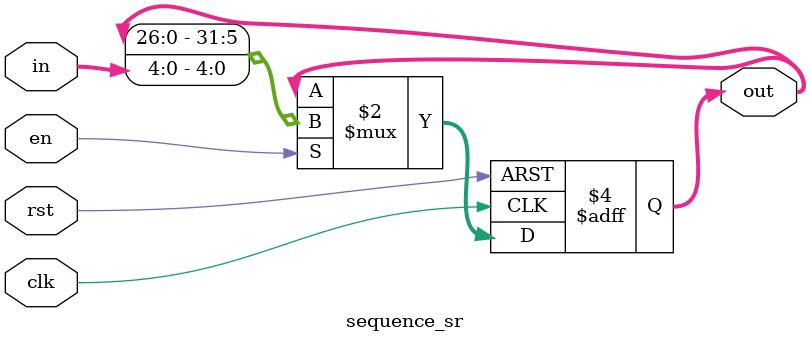
<source format=sv>
`default_nettype none
module sequence_sr(
    input logic clk,
    input logic rst,
    input logic en,
    input logic [4:0] in,
    output logic [31:0] out
);
    always_ff @(posedge clk, posedge rst) begin
        if(rst) begin
            out<= '0;
        end else if (en) begin
            out<= {out[27:0], in};
        end
    end
endmodule

</source>
